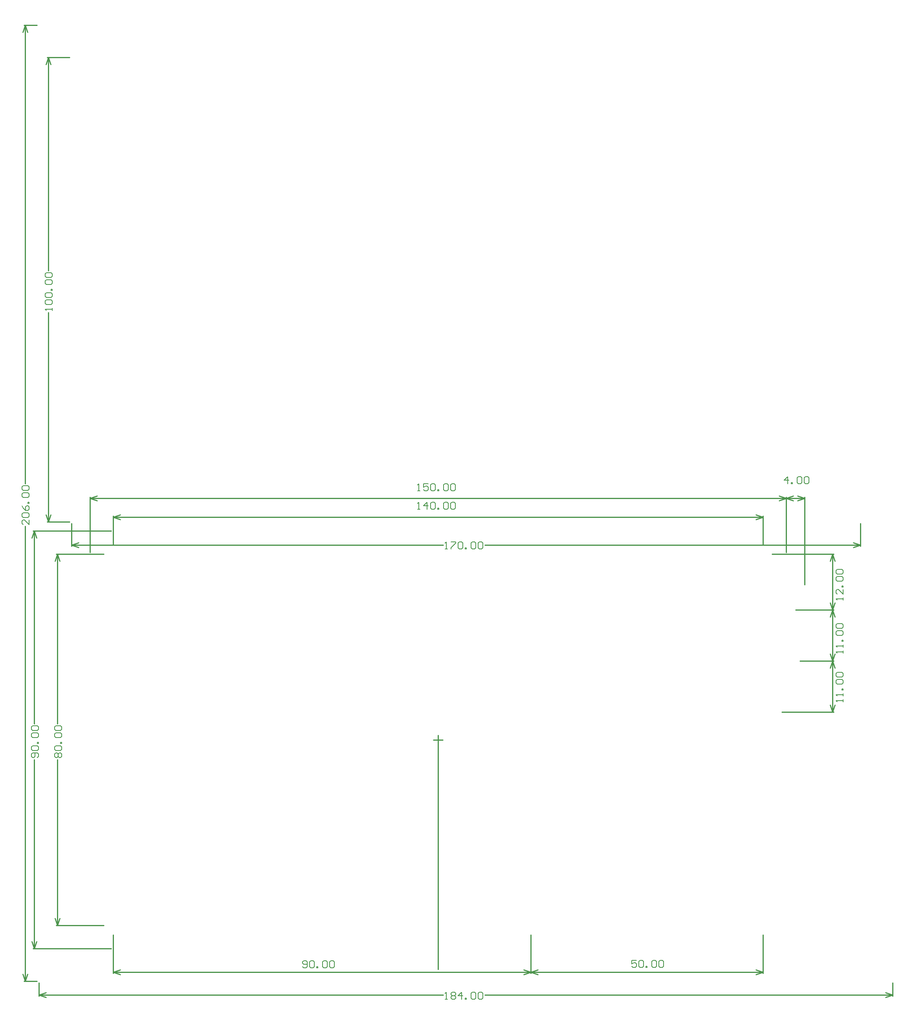
<source format=gbr>
%TF.GenerationSoftware,Altium Limited,Altium Designer,22.5.1 (42)*%
G04 Layer_Color=32768*
%FSLAX43Y43*%
%MOMM*%
%TF.SameCoordinates,1CDD9A58-554C-4E31-8E55-BAED9532D10C*%
%TF.FilePolarity,Positive*%
%TF.FileFunction,Other,Top_Dimensions*%
%TF.Part,CustomerPanel*%
G01*
G75*
%TA.AperFunction,NonConductor*%
%ADD113C,0.152*%
%ADD119C,0.254*%
D113*
X-2086Y99420D02*
Y98404D01*
X-3102Y99420D01*
X-3355D01*
X-3609Y99166D01*
Y98658D01*
X-3355Y98404D01*
Y99927D02*
X-3609Y100181D01*
Y100689D01*
X-3355Y100943D01*
X-2340D01*
X-2086Y100689D01*
Y100181D01*
X-2340Y99927D01*
X-3355D01*
X-3609Y102467D02*
X-3355Y101959D01*
X-2848Y101451D01*
X-2340D01*
X-2086Y101705D01*
Y102213D01*
X-2340Y102467D01*
X-2594D01*
X-2848Y102213D01*
Y101451D01*
X-2086Y102974D02*
X-2340D01*
Y103228D01*
X-2086D01*
Y102974D01*
X-3355Y104244D02*
X-3609Y104498D01*
Y105006D01*
X-3355Y105260D01*
X-2340D01*
X-2086Y105006D01*
Y104498D01*
X-2340Y104244D01*
X-3355D01*
Y105768D02*
X-3609Y106021D01*
Y106529D01*
X-3355Y106783D01*
X-2340D01*
X-2086Y106529D01*
Y106021D01*
X-2340Y105768D01*
X-3355D01*
X87531Y-3914D02*
X88039D01*
X87785D01*
Y-2391D01*
X87531Y-2645D01*
X88800D02*
X89054Y-2391D01*
X89562D01*
X89816Y-2645D01*
Y-2898D01*
X89562Y-3152D01*
X89816Y-3406D01*
Y-3660D01*
X89562Y-3914D01*
X89054D01*
X88800Y-3660D01*
Y-3406D01*
X89054Y-3152D01*
X88800Y-2898D01*
Y-2645D01*
X89054Y-3152D02*
X89562D01*
X91086Y-3914D02*
Y-2391D01*
X90324Y-3152D01*
X91340D01*
X91848Y-3914D02*
Y-3660D01*
X92101D01*
Y-3914D01*
X91848D01*
X93117Y-2645D02*
X93371Y-2391D01*
X93879D01*
X94133Y-2645D01*
Y-3660D01*
X93879Y-3914D01*
X93371D01*
X93117Y-3660D01*
Y-2645D01*
X94641D02*
X94895Y-2391D01*
X95402D01*
X95656Y-2645D01*
Y-3660D01*
X95402Y-3914D01*
X94895D01*
X94641Y-3660D01*
Y-2645D01*
X87531Y93086D02*
X88039D01*
X87785D01*
Y94609D01*
X87531Y94355D01*
X88801Y94609D02*
X89816D01*
Y94355D01*
X88801Y93340D01*
Y93086D01*
X90324Y94355D02*
X90578Y94609D01*
X91086D01*
X91340Y94355D01*
Y93340D01*
X91086Y93086D01*
X90578D01*
X90324Y93340D01*
Y94355D01*
X91848Y93086D02*
Y93340D01*
X92101D01*
Y93086D01*
X91848D01*
X93117Y94355D02*
X93371Y94609D01*
X93879D01*
X94133Y94355D01*
Y93340D01*
X93879Y93086D01*
X93371D01*
X93117Y93340D01*
Y94355D01*
X94641D02*
X94895Y94609D01*
X95402D01*
X95656Y94355D01*
Y93340D01*
X95402Y93086D01*
X94895D01*
X94641Y93340D01*
Y94355D01*
X2914Y144531D02*
Y145039D01*
Y144785D01*
X1391D01*
X1645Y144531D01*
Y145801D02*
X1391Y146054D01*
Y146562D01*
X1645Y146816D01*
X2660D01*
X2914Y146562D01*
Y146054D01*
X2660Y145801D01*
X1645D01*
Y147324D02*
X1391Y147578D01*
Y148086D01*
X1645Y148340D01*
X2660D01*
X2914Y148086D01*
Y147578D01*
X2660Y147324D01*
X1645D01*
X2914Y148848D02*
X2660D01*
Y149101D01*
X2914D01*
Y148848D01*
X1645Y150117D02*
X1391Y150371D01*
Y150879D01*
X1645Y151133D01*
X2660D01*
X2914Y150879D01*
Y150371D01*
X2660Y150117D01*
X1645D01*
Y151641D02*
X1391Y151895D01*
Y152402D01*
X1645Y152656D01*
X2660D01*
X2914Y152402D01*
Y151895D01*
X2660Y151641D01*
X1645D01*
X128768Y4484D02*
X127752D01*
Y3722D01*
X128260Y3976D01*
X128514D01*
X128768Y3722D01*
Y3214D01*
X128514Y2960D01*
X128006D01*
X127752Y3214D01*
X129276Y4230D02*
X129530Y4484D01*
X130038D01*
X130292Y4230D01*
Y3214D01*
X130038Y2960D01*
X129530D01*
X129276Y3214D01*
Y4230D01*
X130799Y2960D02*
Y3214D01*
X131053D01*
Y2960D01*
X130799D01*
X132069Y4230D02*
X132323Y4484D01*
X132831D01*
X133085Y4230D01*
Y3214D01*
X132831Y2960D01*
X132323D01*
X132069Y3214D01*
Y4230D01*
X133593D02*
X133846Y4484D01*
X134354D01*
X134608Y4230D01*
Y3214D01*
X134354Y2960D01*
X133846D01*
X133593Y3214D01*
Y4230D01*
X56785Y3114D02*
X57039Y2860D01*
X57547D01*
X57800Y3114D01*
Y4130D01*
X57547Y4384D01*
X57039D01*
X56785Y4130D01*
Y3876D01*
X57039Y3622D01*
X57800D01*
X58308Y4130D02*
X58562Y4384D01*
X59070D01*
X59324Y4130D01*
Y3114D01*
X59070Y2860D01*
X58562D01*
X58308Y3114D01*
Y4130D01*
X59832Y2860D02*
Y3114D01*
X60086D01*
Y2860D01*
X59832D01*
X61101Y4130D02*
X61355Y4384D01*
X61863D01*
X62117Y4130D01*
Y3114D01*
X61863Y2860D01*
X61355D01*
X61101Y3114D01*
Y4130D01*
X62625D02*
X62879Y4384D01*
X63387D01*
X63641Y4130D01*
Y3114D01*
X63387Y2860D01*
X62879D01*
X62625Y3114D01*
Y4130D01*
X161414Y107160D02*
Y108684D01*
X160652Y107922D01*
X161668D01*
X162176Y107160D02*
Y107414D01*
X162430D01*
Y107160D01*
X162176D01*
X163445Y108430D02*
X163699Y108684D01*
X164207D01*
X164461Y108430D01*
Y107414D01*
X164207Y107160D01*
X163699D01*
X163445Y107414D01*
Y108430D01*
X164969D02*
X165223Y108684D01*
X165731D01*
X165985Y108430D01*
Y107414D01*
X165731Y107160D01*
X165223D01*
X164969Y107414D01*
Y108430D01*
X-340Y48166D02*
X-86Y48420D01*
Y48927D01*
X-340Y49181D01*
X-1355D01*
X-1609Y48927D01*
Y48420D01*
X-1355Y48166D01*
X-1102D01*
X-848Y48420D01*
Y49181D01*
X-1355Y49689D02*
X-1609Y49943D01*
Y50451D01*
X-1355Y50705D01*
X-340D01*
X-86Y50451D01*
Y49943D01*
X-340Y49689D01*
X-1355D01*
X-86Y51213D02*
X-340D01*
Y51467D01*
X-86D01*
Y51213D01*
X-1355Y52482D02*
X-1609Y52736D01*
Y53244D01*
X-1355Y53498D01*
X-340D01*
X-86Y53244D01*
Y52736D01*
X-340Y52482D01*
X-1355D01*
Y54006D02*
X-1609Y54260D01*
Y54768D01*
X-1355Y55021D01*
X-340D01*
X-86Y54768D01*
Y54260D01*
X-340Y54006D01*
X-1355D01*
X3645Y48166D02*
X3391Y48420D01*
Y48927D01*
X3645Y49181D01*
X3898D01*
X4152Y48927D01*
X4406Y49181D01*
X4660D01*
X4914Y48927D01*
Y48420D01*
X4660Y48166D01*
X4406D01*
X4152Y48420D01*
X3898Y48166D01*
X3645D01*
X4152Y48420D02*
Y48927D01*
X3645Y49689D02*
X3391Y49943D01*
Y50451D01*
X3645Y50705D01*
X4660D01*
X4914Y50451D01*
Y49943D01*
X4660Y49689D01*
X3645D01*
X4914Y51213D02*
X4660D01*
Y51467D01*
X4914D01*
Y51213D01*
X3645Y52482D02*
X3391Y52736D01*
Y53244D01*
X3645Y53498D01*
X4660D01*
X4914Y53244D01*
Y52736D01*
X4660Y52482D01*
X3645D01*
Y54006D02*
X3391Y54260D01*
Y54768D01*
X3645Y55021D01*
X4660D01*
X4914Y54768D01*
Y54260D01*
X4660Y54006D01*
X3645D01*
X81652Y105660D02*
X82160D01*
X81906D01*
Y107184D01*
X81652Y106930D01*
X83938Y107184D02*
X82922D01*
Y106422D01*
X83430Y106676D01*
X83684D01*
X83938Y106422D01*
Y105914D01*
X83684Y105660D01*
X83176D01*
X82922Y105914D01*
X84446Y106930D02*
X84699Y107184D01*
X85207D01*
X85461Y106930D01*
Y105914D01*
X85207Y105660D01*
X84699D01*
X84446Y105914D01*
Y106930D01*
X85969Y105660D02*
Y105914D01*
X86223D01*
Y105660D01*
X85969D01*
X87239Y106930D02*
X87493Y107184D01*
X88000D01*
X88254Y106930D01*
Y105914D01*
X88000Y105660D01*
X87493D01*
X87239Y105914D01*
Y106930D01*
X88762D02*
X89016Y107184D01*
X89524D01*
X89778Y106930D01*
Y105914D01*
X89524Y105660D01*
X89016D01*
X88762Y105914D01*
Y106930D01*
X81652Y101660D02*
X82160D01*
X81906D01*
Y103184D01*
X81652Y102930D01*
X83684Y101660D02*
Y103184D01*
X82922Y102422D01*
X83938D01*
X84446Y102930D02*
X84699Y103184D01*
X85207D01*
X85461Y102930D01*
Y101914D01*
X85207Y101660D01*
X84699D01*
X84446Y101914D01*
Y102930D01*
X85969Y101660D02*
Y101914D01*
X86223D01*
Y101660D01*
X85969D01*
X87239Y102930D02*
X87493Y103184D01*
X88000D01*
X88254Y102930D01*
Y101914D01*
X88000Y101660D01*
X87493D01*
X87239Y101914D01*
Y102930D01*
X88762D02*
X89016Y103184D01*
X89524D01*
X89778Y102930D01*
Y101914D01*
X89524Y101660D01*
X89016D01*
X88762Y101914D01*
Y102930D01*
X173340Y60152D02*
Y60660D01*
Y60406D01*
X171816D01*
X172070Y60152D01*
X173340Y61422D02*
Y61930D01*
Y61676D01*
X171816D01*
X172070Y61422D01*
X173340Y62692D02*
X173086D01*
Y62945D01*
X173340D01*
Y62692D01*
X172070Y63961D02*
X171816Y64215D01*
Y64723D01*
X172070Y64977D01*
X173086D01*
X173340Y64723D01*
Y64215D01*
X173086Y63961D01*
X172070D01*
Y65485D02*
X171816Y65739D01*
Y66246D01*
X172070Y66500D01*
X173086D01*
X173340Y66246D01*
Y65739D01*
X173086Y65485D01*
X172070D01*
X173340Y70676D02*
Y71184D01*
Y70930D01*
X171816D01*
X172070Y70676D01*
X173340Y71946D02*
Y72454D01*
Y72200D01*
X171816D01*
X172070Y71946D01*
X173340Y73216D02*
X173086D01*
Y73469D01*
X173340D01*
Y73216D01*
X172070Y74485D02*
X171816Y74739D01*
Y75247D01*
X172070Y75501D01*
X173086D01*
X173340Y75247D01*
Y74739D01*
X173086Y74485D01*
X172070D01*
Y76009D02*
X171816Y76263D01*
Y76770D01*
X172070Y77024D01*
X173086D01*
X173340Y76770D01*
Y76263D01*
X173086Y76009D01*
X172070D01*
X173340Y82152D02*
Y82660D01*
Y82406D01*
X171816D01*
X172070Y82152D01*
X173340Y84438D02*
Y83422D01*
X172324Y84438D01*
X172070D01*
X171816Y84184D01*
Y83676D01*
X172070Y83422D01*
X173340Y84946D02*
X173086D01*
Y85199D01*
X173340D01*
Y84946D01*
X172070Y86215D02*
X171816Y86469D01*
Y86977D01*
X172070Y87231D01*
X173086D01*
X173340Y86977D01*
Y86469D01*
X173086Y86215D01*
X172070D01*
Y87739D02*
X171816Y87993D01*
Y88500D01*
X172070Y88754D01*
X173086D01*
X173340Y88500D01*
Y87993D01*
X173086Y87739D01*
X172070D01*
D119*
X-3000Y206000D02*
X-2492Y204476D01*
X-3508D02*
X-3000Y206000D01*
X-3508Y1524D02*
X-3000Y0D01*
X-2492Y1524D01*
X-3000Y107190D02*
Y206000D01*
Y0D02*
Y97998D01*
X-3254Y206000D02*
X-381D01*
X-3254Y0D02*
X-381D01*
X182476Y-3508D02*
X184000Y-3000D01*
X182476Y-2492D02*
X184000Y-3000D01*
X-0D02*
X1524Y-2492D01*
X-0Y-3000D02*
X1524Y-3508D01*
X96063Y-3000D02*
X184000D01*
X-0D02*
X87124D01*
X184000Y-3254D02*
Y-381D01*
X-0Y-3254D02*
Y-381D01*
X7000Y94000D02*
X8524Y94508D01*
X7000Y94000D02*
X8524Y93492D01*
X175476D02*
X177000Y94000D01*
X175476Y94508D02*
X177000Y94000D01*
X7000D02*
X87125D01*
X96063D02*
X177000D01*
X7000Y93746D02*
Y98619D01*
X177000Y93746D02*
Y98619D01*
X1492Y100524D02*
X2000Y99000D01*
X2508Y100524D01*
X2000Y199000D02*
X2508Y197476D01*
X1492D02*
X2000Y199000D01*
Y99000D02*
Y144125D01*
Y153063D02*
Y199000D01*
X1746Y99000D02*
X6619D01*
X1746Y199000D02*
X6619D01*
X86000Y51000D02*
Y53000D01*
Y2500D02*
Y51000D01*
X85000Y52000D02*
X87000D01*
X106000Y1900D02*
X107524Y2408D01*
X106000Y1900D02*
X107524Y1392D01*
X154476D02*
X156000Y1900D01*
X154476Y2408D02*
X156000Y1900D01*
X106000D02*
X131000D01*
X156000D01*
X106000Y1646D02*
Y9996D01*
X156000Y1646D02*
Y9996D01*
X16000Y1900D02*
X17524Y2408D01*
X16000Y1900D02*
X17524Y1392D01*
X104476D02*
X106000Y1900D01*
X104476Y2408D02*
X106000Y1900D01*
X16000D02*
X61000D01*
X106000D01*
X16000Y1646D02*
Y9996D01*
X106000Y1646D02*
Y9996D01*
X161000Y104000D02*
X162524Y104508D01*
X161000Y104000D02*
X162524Y103492D01*
X163476D02*
X165000Y104000D01*
X163476Y104508D02*
X165000Y104000D01*
X161000D02*
X163000D01*
X165000D01*
X161000Y92381D02*
Y104254D01*
X165000Y85381D02*
Y104254D01*
X-1508Y8524D02*
X-1000Y7000D01*
X-492Y8524D01*
X-1000Y97000D02*
X-492Y95476D01*
X-1508D02*
X-1000Y97000D01*
Y7000D02*
Y47759D01*
Y55428D02*
Y97000D01*
X-1254Y7000D02*
X15619D01*
X-1254Y97000D02*
X15619D01*
X4000Y92000D02*
X4508Y90476D01*
X3492D02*
X4000Y92000D01*
X3492Y13524D02*
X4000Y12000D01*
X4508Y13524D01*
X4000Y55428D02*
Y92000D01*
Y12000D02*
Y47759D01*
X3746Y92000D02*
X13996D01*
X3746Y12000D02*
X13996D01*
X11000Y104000D02*
X12524Y104508D01*
X11000Y104000D02*
X12524Y103492D01*
X159476D02*
X161000Y104000D01*
X159476Y104508D02*
X161000Y104000D01*
X11000D02*
X86000D01*
X161000D01*
X11000Y92381D02*
Y104254D01*
X161000Y92381D02*
Y104254D01*
X154476Y99492D02*
X156000Y100000D01*
X154476Y100508D02*
X156000Y100000D01*
X16000D02*
X17524Y100508D01*
X16000Y100000D02*
X17524Y99492D01*
X86000Y100000D02*
X156000D01*
X16000D02*
X86000D01*
X156000Y94004D02*
Y100254D01*
X16000Y94004D02*
Y100254D01*
X171000Y69000D02*
X171508Y67476D01*
X170492D02*
X171000Y69000D01*
X170492Y59524D02*
X171000Y58000D01*
X171508Y59524D01*
X171000Y63500D02*
Y69000D01*
Y58000D02*
Y63500D01*
X164000Y69000D02*
X171254D01*
X160104Y58000D02*
X171254D01*
X171000Y80000D02*
X171508Y78476D01*
X170492D02*
X171000Y80000D01*
X170492Y70524D02*
X171000Y69000D01*
X171508Y70524D01*
X171000Y74500D02*
Y80000D01*
Y69000D02*
Y74500D01*
X163104Y80000D02*
X171254D01*
X164000Y69000D02*
X171254D01*
X171000Y92000D02*
X171508Y90476D01*
X170492D02*
X171000Y92000D01*
X170492Y81524D02*
X171000Y80000D01*
X171508Y81524D01*
X171000Y86000D02*
Y92000D01*
Y80000D02*
Y86000D01*
X158004Y92000D02*
X171254D01*
X163104Y80000D02*
X171254D01*
%TF.MD5,31a3df1e154a30e38ca9ef88ae839a85*%
M02*

</source>
